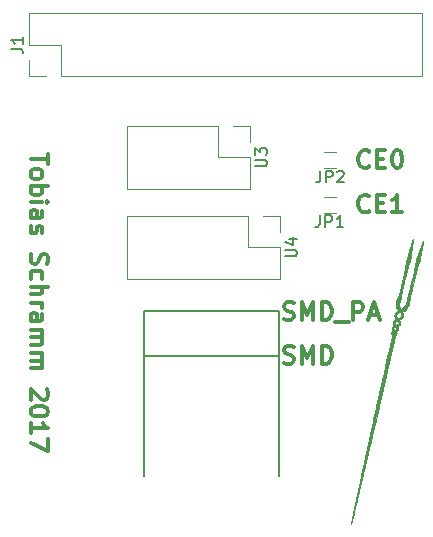
<source format=gto>
G04 #@! TF.FileFunction,Legend,Top*
%FSLAX46Y46*%
G04 Gerber Fmt 4.6, Leading zero omitted, Abs format (unit mm)*
G04 Created by KiCad (PCBNEW 4.0.6) date Sun Apr 30 02:44:44 2017*
%MOMM*%
%LPD*%
G01*
G04 APERTURE LIST*
%ADD10C,0.100000*%
%ADD11C,0.300000*%
%ADD12C,0.010000*%
%ADD13C,0.120000*%
%ADD14C,0.150000*%
G04 APERTURE END LIST*
D10*
D11*
X17139429Y-24919858D02*
X17139429Y-25777001D01*
X15639429Y-25348430D02*
X17139429Y-25348430D01*
X15639429Y-26491287D02*
X15710857Y-26348429D01*
X15782286Y-26277001D01*
X15925143Y-26205572D01*
X16353714Y-26205572D01*
X16496571Y-26277001D01*
X16568000Y-26348429D01*
X16639429Y-26491287D01*
X16639429Y-26705572D01*
X16568000Y-26848429D01*
X16496571Y-26919858D01*
X16353714Y-26991287D01*
X15925143Y-26991287D01*
X15782286Y-26919858D01*
X15710857Y-26848429D01*
X15639429Y-26705572D01*
X15639429Y-26491287D01*
X15639429Y-27634144D02*
X17139429Y-27634144D01*
X16568000Y-27634144D02*
X16639429Y-27777001D01*
X16639429Y-28062715D01*
X16568000Y-28205572D01*
X16496571Y-28277001D01*
X16353714Y-28348430D01*
X15925143Y-28348430D01*
X15782286Y-28277001D01*
X15710857Y-28205572D01*
X15639429Y-28062715D01*
X15639429Y-27777001D01*
X15710857Y-27634144D01*
X15639429Y-28991287D02*
X16639429Y-28991287D01*
X17139429Y-28991287D02*
X17068000Y-28919858D01*
X16996571Y-28991287D01*
X17068000Y-29062715D01*
X17139429Y-28991287D01*
X16996571Y-28991287D01*
X15639429Y-30348430D02*
X16425143Y-30348430D01*
X16568000Y-30277001D01*
X16639429Y-30134144D01*
X16639429Y-29848430D01*
X16568000Y-29705573D01*
X15710857Y-30348430D02*
X15639429Y-30205573D01*
X15639429Y-29848430D01*
X15710857Y-29705573D01*
X15853714Y-29634144D01*
X15996571Y-29634144D01*
X16139429Y-29705573D01*
X16210857Y-29848430D01*
X16210857Y-30205573D01*
X16282286Y-30348430D01*
X15710857Y-30991287D02*
X15639429Y-31134144D01*
X15639429Y-31419859D01*
X15710857Y-31562716D01*
X15853714Y-31634144D01*
X15925143Y-31634144D01*
X16068000Y-31562716D01*
X16139429Y-31419859D01*
X16139429Y-31205573D01*
X16210857Y-31062716D01*
X16353714Y-30991287D01*
X16425143Y-30991287D01*
X16568000Y-31062716D01*
X16639429Y-31205573D01*
X16639429Y-31419859D01*
X16568000Y-31562716D01*
X15710857Y-33348430D02*
X15639429Y-33562716D01*
X15639429Y-33919859D01*
X15710857Y-34062716D01*
X15782286Y-34134145D01*
X15925143Y-34205573D01*
X16068000Y-34205573D01*
X16210857Y-34134145D01*
X16282286Y-34062716D01*
X16353714Y-33919859D01*
X16425143Y-33634145D01*
X16496571Y-33491287D01*
X16568000Y-33419859D01*
X16710857Y-33348430D01*
X16853714Y-33348430D01*
X16996571Y-33419859D01*
X17068000Y-33491287D01*
X17139429Y-33634145D01*
X17139429Y-33991287D01*
X17068000Y-34205573D01*
X15710857Y-35491287D02*
X15639429Y-35348430D01*
X15639429Y-35062716D01*
X15710857Y-34919858D01*
X15782286Y-34848430D01*
X15925143Y-34777001D01*
X16353714Y-34777001D01*
X16496571Y-34848430D01*
X16568000Y-34919858D01*
X16639429Y-35062716D01*
X16639429Y-35348430D01*
X16568000Y-35491287D01*
X15639429Y-36134144D02*
X17139429Y-36134144D01*
X15639429Y-36777001D02*
X16425143Y-36777001D01*
X16568000Y-36705572D01*
X16639429Y-36562715D01*
X16639429Y-36348430D01*
X16568000Y-36205572D01*
X16496571Y-36134144D01*
X15639429Y-37491287D02*
X16639429Y-37491287D01*
X16353714Y-37491287D02*
X16496571Y-37562715D01*
X16568000Y-37634144D01*
X16639429Y-37777001D01*
X16639429Y-37919858D01*
X15639429Y-39062715D02*
X16425143Y-39062715D01*
X16568000Y-38991286D01*
X16639429Y-38848429D01*
X16639429Y-38562715D01*
X16568000Y-38419858D01*
X15710857Y-39062715D02*
X15639429Y-38919858D01*
X15639429Y-38562715D01*
X15710857Y-38419858D01*
X15853714Y-38348429D01*
X15996571Y-38348429D01*
X16139429Y-38419858D01*
X16210857Y-38562715D01*
X16210857Y-38919858D01*
X16282286Y-39062715D01*
X15639429Y-39777001D02*
X16639429Y-39777001D01*
X16496571Y-39777001D02*
X16568000Y-39848429D01*
X16639429Y-39991287D01*
X16639429Y-40205572D01*
X16568000Y-40348429D01*
X16425143Y-40419858D01*
X15639429Y-40419858D01*
X16425143Y-40419858D02*
X16568000Y-40491287D01*
X16639429Y-40634144D01*
X16639429Y-40848429D01*
X16568000Y-40991287D01*
X16425143Y-41062715D01*
X15639429Y-41062715D01*
X15639429Y-41777001D02*
X16639429Y-41777001D01*
X16496571Y-41777001D02*
X16568000Y-41848429D01*
X16639429Y-41991287D01*
X16639429Y-42205572D01*
X16568000Y-42348429D01*
X16425143Y-42419858D01*
X15639429Y-42419858D01*
X16425143Y-42419858D02*
X16568000Y-42491287D01*
X16639429Y-42634144D01*
X16639429Y-42848429D01*
X16568000Y-42991287D01*
X16425143Y-43062715D01*
X15639429Y-43062715D01*
X16996571Y-44848429D02*
X17068000Y-44919858D01*
X17139429Y-45062715D01*
X17139429Y-45419858D01*
X17068000Y-45562715D01*
X16996571Y-45634144D01*
X16853714Y-45705572D01*
X16710857Y-45705572D01*
X16496571Y-45634144D01*
X15639429Y-44777001D01*
X15639429Y-45705572D01*
X17139429Y-46634143D02*
X17139429Y-46777000D01*
X17068000Y-46919857D01*
X16996571Y-46991286D01*
X16853714Y-47062715D01*
X16568000Y-47134143D01*
X16210857Y-47134143D01*
X15925143Y-47062715D01*
X15782286Y-46991286D01*
X15710857Y-46919857D01*
X15639429Y-46777000D01*
X15639429Y-46634143D01*
X15710857Y-46491286D01*
X15782286Y-46419857D01*
X15925143Y-46348429D01*
X16210857Y-46277000D01*
X16568000Y-46277000D01*
X16853714Y-46348429D01*
X16996571Y-46419857D01*
X17068000Y-46491286D01*
X17139429Y-46634143D01*
X15639429Y-48562714D02*
X15639429Y-47705571D01*
X15639429Y-48134143D02*
X17139429Y-48134143D01*
X16925143Y-47991286D01*
X16782286Y-47848428D01*
X16710857Y-47705571D01*
X17139429Y-49062714D02*
X17139429Y-50062714D01*
X15639429Y-49419857D01*
X37078786Y-42579143D02*
X37293072Y-42650571D01*
X37650215Y-42650571D01*
X37793072Y-42579143D01*
X37864501Y-42507714D01*
X37935929Y-42364857D01*
X37935929Y-42222000D01*
X37864501Y-42079143D01*
X37793072Y-42007714D01*
X37650215Y-41936286D01*
X37364501Y-41864857D01*
X37221643Y-41793429D01*
X37150215Y-41722000D01*
X37078786Y-41579143D01*
X37078786Y-41436286D01*
X37150215Y-41293429D01*
X37221643Y-41222000D01*
X37364501Y-41150571D01*
X37721643Y-41150571D01*
X37935929Y-41222000D01*
X38578786Y-42650571D02*
X38578786Y-41150571D01*
X39078786Y-42222000D01*
X39578786Y-41150571D01*
X39578786Y-42650571D01*
X40293072Y-42650571D02*
X40293072Y-41150571D01*
X40650215Y-41150571D01*
X40864500Y-41222000D01*
X41007358Y-41364857D01*
X41078786Y-41507714D01*
X41150215Y-41793429D01*
X41150215Y-42007714D01*
X41078786Y-42293429D01*
X41007358Y-42436286D01*
X40864500Y-42579143D01*
X40650215Y-42650571D01*
X40293072Y-42650571D01*
X37083000Y-38896143D02*
X37297286Y-38967571D01*
X37654429Y-38967571D01*
X37797286Y-38896143D01*
X37868715Y-38824714D01*
X37940143Y-38681857D01*
X37940143Y-38539000D01*
X37868715Y-38396143D01*
X37797286Y-38324714D01*
X37654429Y-38253286D01*
X37368715Y-38181857D01*
X37225857Y-38110429D01*
X37154429Y-38039000D01*
X37083000Y-37896143D01*
X37083000Y-37753286D01*
X37154429Y-37610429D01*
X37225857Y-37539000D01*
X37368715Y-37467571D01*
X37725857Y-37467571D01*
X37940143Y-37539000D01*
X38583000Y-38967571D02*
X38583000Y-37467571D01*
X39083000Y-38539000D01*
X39583000Y-37467571D01*
X39583000Y-38967571D01*
X40297286Y-38967571D02*
X40297286Y-37467571D01*
X40654429Y-37467571D01*
X40868714Y-37539000D01*
X41011572Y-37681857D01*
X41083000Y-37824714D01*
X41154429Y-38110429D01*
X41154429Y-38324714D01*
X41083000Y-38610429D01*
X41011572Y-38753286D01*
X40868714Y-38896143D01*
X40654429Y-38967571D01*
X40297286Y-38967571D01*
X41440143Y-39110429D02*
X42583000Y-39110429D01*
X42940143Y-38967571D02*
X42940143Y-37467571D01*
X43511571Y-37467571D01*
X43654429Y-37539000D01*
X43725857Y-37610429D01*
X43797286Y-37753286D01*
X43797286Y-37967571D01*
X43725857Y-38110429D01*
X43654429Y-38181857D01*
X43511571Y-38253286D01*
X42940143Y-38253286D01*
X44368714Y-38539000D02*
X45083000Y-38539000D01*
X44225857Y-38967571D02*
X44725857Y-37467571D01*
X45225857Y-38967571D01*
X44321429Y-29715714D02*
X44250000Y-29787143D01*
X44035714Y-29858571D01*
X43892857Y-29858571D01*
X43678572Y-29787143D01*
X43535714Y-29644286D01*
X43464286Y-29501429D01*
X43392857Y-29215714D01*
X43392857Y-29001429D01*
X43464286Y-28715714D01*
X43535714Y-28572857D01*
X43678572Y-28430000D01*
X43892857Y-28358571D01*
X44035714Y-28358571D01*
X44250000Y-28430000D01*
X44321429Y-28501429D01*
X44964286Y-29072857D02*
X45464286Y-29072857D01*
X45678572Y-29858571D02*
X44964286Y-29858571D01*
X44964286Y-28358571D01*
X45678572Y-28358571D01*
X47107143Y-29858571D02*
X46250000Y-29858571D01*
X46678572Y-29858571D02*
X46678572Y-28358571D01*
X46535715Y-28572857D01*
X46392857Y-28715714D01*
X46250000Y-28787143D01*
X44321429Y-25955714D02*
X44250000Y-26027143D01*
X44035714Y-26098571D01*
X43892857Y-26098571D01*
X43678572Y-26027143D01*
X43535714Y-25884286D01*
X43464286Y-25741429D01*
X43392857Y-25455714D01*
X43392857Y-25241429D01*
X43464286Y-24955714D01*
X43535714Y-24812857D01*
X43678572Y-24670000D01*
X43892857Y-24598571D01*
X44035714Y-24598571D01*
X44250000Y-24670000D01*
X44321429Y-24741429D01*
X44964286Y-25312857D02*
X45464286Y-25312857D01*
X45678572Y-26098571D02*
X44964286Y-26098571D01*
X44964286Y-24598571D01*
X45678572Y-24598571D01*
X46607143Y-24598571D02*
X46750000Y-24598571D01*
X46892857Y-24670000D01*
X46964286Y-24741429D01*
X47035715Y-24884286D01*
X47107143Y-25170000D01*
X47107143Y-25527143D01*
X47035715Y-25812857D01*
X46964286Y-25955714D01*
X46892857Y-26027143D01*
X46750000Y-26098571D01*
X46607143Y-26098571D01*
X46464286Y-26027143D01*
X46392857Y-25955714D01*
X46321429Y-25812857D01*
X46250000Y-25527143D01*
X46250000Y-25170000D01*
X46321429Y-24884286D01*
X46392857Y-24741429D01*
X46464286Y-24670000D01*
X46607143Y-24598571D01*
D12*
G36*
X48026146Y-32100805D02*
X48026289Y-32106105D01*
X48024205Y-32131059D01*
X48019040Y-32172821D01*
X48012798Y-32216395D01*
X48007530Y-32251159D01*
X48002389Y-32285512D01*
X47996734Y-32323854D01*
X47989924Y-32370583D01*
X47981318Y-32430098D01*
X47970275Y-32506796D01*
X47956156Y-32605078D01*
X47954380Y-32617447D01*
X47942815Y-32696135D01*
X47929462Y-32784163D01*
X47916636Y-32866345D01*
X47912605Y-32891500D01*
X47901782Y-32959472D01*
X47891163Y-33027944D01*
X47882445Y-33085913D01*
X47879630Y-33105395D01*
X47871532Y-33161630D01*
X47861667Y-33228788D01*
X47853141Y-33285869D01*
X47834151Y-33418569D01*
X47819894Y-33535677D01*
X47809232Y-33647682D01*
X47801026Y-33765076D01*
X47800904Y-33767132D01*
X47796962Y-33828975D01*
X47792436Y-33877800D01*
X47785754Y-33919922D01*
X47775343Y-33961656D01*
X47759633Y-34009317D01*
X47737051Y-34069219D01*
X47706443Y-34146628D01*
X47671069Y-34238901D01*
X47633038Y-34343814D01*
X47596362Y-34449962D01*
X47565051Y-34545936D01*
X47558139Y-34568294D01*
X47537222Y-34639975D01*
X47511423Y-34733187D01*
X47481889Y-34843413D01*
X47449763Y-34966134D01*
X47416191Y-35096835D01*
X47382318Y-35230996D01*
X47349290Y-35364101D01*
X47318251Y-35491631D01*
X47290347Y-35609069D01*
X47266723Y-35711898D01*
X47256307Y-35759026D01*
X47238768Y-35838229D01*
X47218938Y-35925244D01*
X47199844Y-36006891D01*
X47190333Y-36046447D01*
X47166284Y-36147122D01*
X47140545Y-36258569D01*
X47113874Y-36377174D01*
X47087031Y-36499324D01*
X47060773Y-36621406D01*
X47035860Y-36739806D01*
X47013051Y-36850911D01*
X46993103Y-36951108D01*
X46976776Y-37036782D01*
X46964828Y-37104320D01*
X46958019Y-37150110D01*
X46957371Y-37156026D01*
X46947570Y-37225238D01*
X46932550Y-37298313D01*
X46915278Y-37361174D01*
X46912299Y-37369921D01*
X46869345Y-37521351D01*
X46850059Y-37668314D01*
X46848997Y-37742635D01*
X46852462Y-37805249D01*
X46861186Y-37853332D01*
X46877952Y-37898973D01*
X46891430Y-37927063D01*
X46914681Y-37968736D01*
X46936259Y-38000023D01*
X46950562Y-38013517D01*
X46970428Y-38012850D01*
X47002778Y-37999045D01*
X47049717Y-37970887D01*
X47113349Y-37927160D01*
X47164295Y-37890082D01*
X47222817Y-37845495D01*
X47266023Y-37808141D01*
X47301003Y-37770664D01*
X47334844Y-37725706D01*
X47362835Y-37684040D01*
X47374626Y-37664467D01*
X47386534Y-37640894D01*
X47399078Y-37611505D01*
X47412778Y-37574482D01*
X47428153Y-37528008D01*
X47445723Y-37470263D01*
X47466008Y-37399432D01*
X47489526Y-37313696D01*
X47516798Y-37211237D01*
X47548342Y-37090239D01*
X47584678Y-36948882D01*
X47626325Y-36785350D01*
X47673804Y-36597825D01*
X47678008Y-36581184D01*
X47739137Y-36338371D01*
X47793832Y-36119302D01*
X47842585Y-35921898D01*
X47885888Y-35744080D01*
X47924233Y-35583767D01*
X47958113Y-35438881D01*
X47988018Y-35307341D01*
X48014441Y-35187068D01*
X48037875Y-35075983D01*
X48058810Y-34972005D01*
X48059147Y-34970290D01*
X48075398Y-34889318D01*
X48095015Y-34794422D01*
X48115457Y-34697753D01*
X48133179Y-34616026D01*
X48163535Y-34474566D01*
X48192055Y-34334454D01*
X48217666Y-34201332D01*
X48239293Y-34080842D01*
X48255865Y-33978625D01*
X48260355Y-33947605D01*
X48265858Y-33911881D01*
X48272822Y-33875994D01*
X48282190Y-33837023D01*
X48294901Y-33792049D01*
X48311895Y-33738150D01*
X48334112Y-33672407D01*
X48362493Y-33591897D01*
X48397978Y-33493701D01*
X48441508Y-33374899D01*
X48466928Y-33305921D01*
X48487769Y-33249209D01*
X48515967Y-33172137D01*
X48549778Y-33079487D01*
X48587460Y-32976039D01*
X48627270Y-32866575D01*
X48667466Y-32755876D01*
X48682520Y-32714368D01*
X48718980Y-32614661D01*
X48752921Y-32523476D01*
X48783206Y-32443740D01*
X48808700Y-32378378D01*
X48828266Y-32330318D01*
X48840769Y-32302486D01*
X48844692Y-32296605D01*
X48852592Y-32308112D01*
X48855400Y-32331818D01*
X48853064Y-32357978D01*
X48846418Y-32407225D01*
X48836007Y-32476355D01*
X48822373Y-32562164D01*
X48806061Y-32661446D01*
X48787615Y-32770997D01*
X48767578Y-32887613D01*
X48746494Y-33008088D01*
X48724907Y-33129217D01*
X48703360Y-33247796D01*
X48682398Y-33360620D01*
X48667840Y-33437179D01*
X48641611Y-33573432D01*
X48619875Y-33685906D01*
X48602104Y-33777087D01*
X48587775Y-33849458D01*
X48576361Y-33905503D01*
X48567336Y-33947705D01*
X48560175Y-33978549D01*
X48554352Y-34000519D01*
X48549342Y-34016099D01*
X48544618Y-34027771D01*
X48541423Y-34034500D01*
X48517999Y-34088755D01*
X48489399Y-34166643D01*
X48456303Y-34265709D01*
X48419390Y-34383497D01*
X48379340Y-34517554D01*
X48336831Y-34665423D01*
X48292543Y-34824650D01*
X48247156Y-34992780D01*
X48201348Y-35167357D01*
X48155798Y-35345927D01*
X48111187Y-35526034D01*
X48068193Y-35705225D01*
X48027496Y-35881042D01*
X48014329Y-35939500D01*
X47992864Y-36035162D01*
X47967724Y-36146657D01*
X47941220Y-36263762D01*
X47915666Y-36376250D01*
X47899415Y-36447500D01*
X47860660Y-36617314D01*
X47827500Y-36763487D01*
X47799488Y-36888420D01*
X47776179Y-36994517D01*
X47757124Y-37084180D01*
X47741878Y-37159813D01*
X47729992Y-37223819D01*
X47721022Y-37278601D01*
X47714518Y-37326561D01*
X47710035Y-37370103D01*
X47707126Y-37411630D01*
X47705344Y-37453544D01*
X47704268Y-37496921D01*
X47702705Y-37541646D01*
X47698568Y-37578420D01*
X47689711Y-37612517D01*
X47673991Y-37649213D01*
X47649264Y-37693783D01*
X47613387Y-37751501D01*
X47579295Y-37804395D01*
X47536269Y-37872940D01*
X47489983Y-37950152D01*
X47447782Y-38023654D01*
X47430898Y-38054422D01*
X47403636Y-38105417D01*
X47382403Y-38140938D01*
X47361655Y-38164228D01*
X47335848Y-38178527D01*
X47299439Y-38187079D01*
X47246882Y-38193126D01*
X47183920Y-38198852D01*
X47125970Y-38205111D01*
X47091493Y-38213569D01*
X47077304Y-38228429D01*
X47080214Y-38253897D01*
X47097036Y-38294179D01*
X47102608Y-38306130D01*
X47146519Y-38420006D01*
X47166192Y-38523445D01*
X47161475Y-38617619D01*
X47132214Y-38703703D01*
X47078257Y-38782868D01*
X47034643Y-38826925D01*
X46991715Y-38862817D01*
X46949651Y-38890538D01*
X46898624Y-38915942D01*
X46852591Y-38935365D01*
X46821625Y-38947909D01*
X46870068Y-39011354D01*
X46912213Y-39071525D01*
X46936993Y-39121973D01*
X46947032Y-39170731D01*
X46944955Y-39225834D01*
X46943580Y-39236449D01*
X46935203Y-39283306D01*
X46924974Y-39322595D01*
X46918665Y-39338612D01*
X46887221Y-39378086D01*
X46837558Y-39418556D01*
X46777276Y-39454086D01*
X46761174Y-39461616D01*
X46700139Y-39488615D01*
X46741717Y-39535970D01*
X46763417Y-39561301D01*
X46775990Y-39581548D01*
X46780443Y-39603979D01*
X46777784Y-39635863D01*
X46769021Y-39684468D01*
X46765106Y-39704667D01*
X46750892Y-39762341D01*
X46730728Y-39806341D01*
X46698332Y-39849729D01*
X46691562Y-39857523D01*
X46654037Y-39896518D01*
X46615786Y-39930582D01*
X46592690Y-39947393D01*
X46550157Y-39973259D01*
X46586515Y-40002250D01*
X46611308Y-40028240D01*
X46621549Y-40060503D01*
X46622874Y-40088219D01*
X46615040Y-40148463D01*
X46589501Y-40206086D01*
X46543199Y-40267683D01*
X46535934Y-40275842D01*
X46511255Y-40307435D01*
X46492762Y-40343527D01*
X46477140Y-40391972D01*
X46464352Y-40445491D01*
X46451874Y-40501931D01*
X46435338Y-40576255D01*
X46416571Y-40660266D01*
X46397403Y-40745769D01*
X46389962Y-40778869D01*
X46370131Y-40867615D01*
X46349054Y-40962962D01*
X46328908Y-41054999D01*
X46311871Y-41133814D01*
X46307738Y-41153184D01*
X46290414Y-41233025D01*
X46270968Y-41320023D01*
X46252214Y-41401695D01*
X46241421Y-41447290D01*
X46231161Y-41490031D01*
X46220085Y-41536570D01*
X46207570Y-41589571D01*
X46192995Y-41651703D01*
X46175736Y-41725633D01*
X46155171Y-41814026D01*
X46130679Y-41919551D01*
X46101638Y-42044874D01*
X46067424Y-42192662D01*
X46054296Y-42249395D01*
X46031446Y-42347527D01*
X46004636Y-42461661D01*
X45976225Y-42581819D01*
X45948570Y-42698022D01*
X45927926Y-42784132D01*
X45905245Y-42879258D01*
X45882339Y-42976977D01*
X45860830Y-43070258D01*
X45842336Y-43152072D01*
X45828479Y-43215390D01*
X45827797Y-43218605D01*
X45810615Y-43298424D01*
X45788092Y-43400892D01*
X45761001Y-43522633D01*
X45730113Y-43660268D01*
X45696201Y-43810419D01*
X45660037Y-43969709D01*
X45622394Y-44134758D01*
X45584043Y-44302188D01*
X45545758Y-44468623D01*
X45508310Y-44630682D01*
X45472471Y-44784989D01*
X45439015Y-44928165D01*
X45408712Y-45056833D01*
X45382337Y-45167613D01*
X45380064Y-45177079D01*
X45358569Y-45267718D01*
X45333643Y-45374692D01*
X45307540Y-45488213D01*
X45282516Y-45598490D01*
X45266139Y-45671711D01*
X45244126Y-45770411D01*
X45220217Y-45876764D01*
X45196424Y-45981883D01*
X45174755Y-46076882D01*
X45160304Y-46139605D01*
X45132823Y-46258290D01*
X45099971Y-46400496D01*
X45062335Y-46563681D01*
X45020501Y-46745302D01*
X44975055Y-46942816D01*
X44938429Y-47102132D01*
X44890091Y-47311883D01*
X44845026Y-47506258D01*
X44803843Y-47682648D01*
X44767153Y-47838445D01*
X44735563Y-47971039D01*
X44732341Y-47984447D01*
X44714047Y-48060791D01*
X44691701Y-48154482D01*
X44667366Y-48256842D01*
X44643108Y-48359189D01*
X44625836Y-48432290D01*
X44611516Y-48492984D01*
X44597358Y-48552959D01*
X44582770Y-48614714D01*
X44567160Y-48680749D01*
X44549936Y-48753565D01*
X44530507Y-48835662D01*
X44508281Y-48929541D01*
X44482666Y-49037701D01*
X44453070Y-49162644D01*
X44418901Y-49306869D01*
X44379567Y-49472877D01*
X44348966Y-49602026D01*
X44325465Y-49701140D01*
X44300457Y-49806507D01*
X44275872Y-49909992D01*
X44253646Y-50003458D01*
X44236225Y-50076605D01*
X44219697Y-50146067D01*
X44198585Y-50235014D01*
X44174439Y-50336909D01*
X44148806Y-50445214D01*
X44123235Y-50553391D01*
X44109552Y-50611342D01*
X44083043Y-50723545D01*
X44054079Y-50845931D01*
X44024615Y-50970252D01*
X43996608Y-51088259D01*
X43972012Y-51191703D01*
X43963774Y-51226290D01*
X43938455Y-51332776D01*
X43909864Y-51453468D01*
X43880553Y-51577562D01*
X43853077Y-51694250D01*
X43835840Y-51767711D01*
X43810910Y-51873743D01*
X43782334Y-51994580D01*
X43752765Y-52119042D01*
X43724859Y-52235949D01*
X43708904Y-52302447D01*
X43686086Y-52397729D01*
X43659246Y-52510530D01*
X43630400Y-52632325D01*
X43601567Y-52754587D01*
X43574766Y-52868792D01*
X43568092Y-52897342D01*
X43542189Y-53007881D01*
X43513700Y-53128797D01*
X43484646Y-53251563D01*
X43457044Y-53367655D01*
X43432913Y-53468546D01*
X43427216Y-53492237D01*
X43404130Y-53588541D01*
X43377072Y-53702134D01*
X43348117Y-53824262D01*
X43319341Y-53946169D01*
X43292816Y-54059101D01*
X43287823Y-54080447D01*
X43265173Y-54177001D01*
X43237843Y-54292952D01*
X43207398Y-54421699D01*
X43175401Y-54556641D01*
X43143416Y-54691177D01*
X43113006Y-54818707D01*
X43105734Y-54849132D01*
X43079593Y-54958512D01*
X43054645Y-55063008D01*
X43031774Y-55158903D01*
X43011868Y-55242481D01*
X42995811Y-55310025D01*
X42984488Y-55357819D01*
X42979934Y-55377184D01*
X42943713Y-55532352D01*
X42912965Y-55663843D01*
X42887128Y-55774025D01*
X42865637Y-55865266D01*
X42847927Y-55939935D01*
X42833434Y-56000400D01*
X42821594Y-56049031D01*
X42811844Y-56088195D01*
X42803618Y-56120261D01*
X42796820Y-56145869D01*
X42781451Y-56201632D01*
X42771004Y-56235006D01*
X42763766Y-56249504D01*
X42758028Y-56248637D01*
X42752465Y-56236931D01*
X42752682Y-56216808D01*
X42758787Y-56172019D01*
X42770515Y-56103919D01*
X42787602Y-56013862D01*
X42809782Y-55903200D01*
X42836790Y-55773288D01*
X42868360Y-55625479D01*
X42904227Y-55461128D01*
X42906523Y-55450711D01*
X42926657Y-55359111D01*
X42947548Y-55263551D01*
X42967426Y-55172165D01*
X42984519Y-55093088D01*
X42993827Y-55049658D01*
X43025442Y-54901359D01*
X43052231Y-54775814D01*
X43074924Y-54669626D01*
X43094250Y-54579396D01*
X43110938Y-54501725D01*
X43125720Y-54433215D01*
X43139323Y-54370468D01*
X43152478Y-54310086D01*
X43160304Y-54274290D01*
X43207158Y-54059749D01*
X43248737Y-53868387D01*
X43285665Y-53697306D01*
X43318569Y-53543606D01*
X43340821Y-53438763D01*
X43425805Y-53041644D01*
X43508511Y-52663395D01*
X43527013Y-52578939D01*
X43548565Y-52479550D01*
X43570741Y-52376464D01*
X43591117Y-52280919D01*
X43595051Y-52262342D01*
X43620224Y-52143886D01*
X43649826Y-52005623D01*
X43682496Y-51853849D01*
X43716877Y-51694862D01*
X43751610Y-51534957D01*
X43783963Y-51386711D01*
X43803032Y-51299044D01*
X43826159Y-51191902D01*
X43851913Y-51071978D01*
X43878863Y-50945962D01*
X43905579Y-50820548D01*
X43930630Y-50702427D01*
X43952585Y-50598292D01*
X43955457Y-50584605D01*
X43971597Y-50508749D01*
X43989088Y-50428341D01*
X44005379Y-50355028D01*
X44013993Y-50317237D01*
X44029308Y-50250150D01*
X44046614Y-50172504D01*
X44066489Y-50081620D01*
X44089512Y-49974819D01*
X44116260Y-49849421D01*
X44147311Y-49702748D01*
X44176979Y-49561921D01*
X44197423Y-49465084D01*
X44217656Y-49369917D01*
X44236517Y-49281838D01*
X44252842Y-49206265D01*
X44265469Y-49148616D01*
X44270205Y-49127447D01*
X44282730Y-49071806D01*
X44296495Y-49009864D01*
X44312107Y-48938825D01*
X44330173Y-48855893D01*
X44351300Y-48758272D01*
X44376094Y-48643166D01*
X44405163Y-48507778D01*
X44439112Y-48349311D01*
X44442812Y-48332026D01*
X44477819Y-48168776D01*
X44508602Y-48025967D01*
X44536425Y-47897870D01*
X44562549Y-47778758D01*
X44588237Y-47662902D01*
X44614751Y-47544576D01*
X44643353Y-47418051D01*
X44671117Y-47295974D01*
X44720855Y-47075062D01*
X44766235Y-46867475D01*
X44809942Y-46660742D01*
X44851011Y-46460447D01*
X44865100Y-46392252D01*
X44883282Y-46306322D01*
X44903767Y-46211007D01*
X44924764Y-46114654D01*
X44938442Y-46052711D01*
X44959284Y-45958924D01*
X44981470Y-45859092D01*
X45003040Y-45762030D01*
X45022036Y-45676554D01*
X45032026Y-45631605D01*
X45047811Y-45561018D01*
X45067777Y-45472403D01*
X45090107Y-45373787D01*
X45112982Y-45273199D01*
X45131888Y-45190447D01*
X45153379Y-45096026D01*
X45175483Y-44997883D01*
X45196497Y-44903648D01*
X45214718Y-44820955D01*
X45227332Y-44762658D01*
X45242719Y-44691981D01*
X45258286Y-44622998D01*
X45272068Y-44564286D01*
X45280952Y-44528711D01*
X45291443Y-44486900D01*
X45305794Y-44426881D01*
X45322145Y-44356561D01*
X45338632Y-44283851D01*
X45339180Y-44281395D01*
X45353159Y-44219221D01*
X45371802Y-44136922D01*
X45393758Y-44040425D01*
X45417677Y-43935656D01*
X45442208Y-43828543D01*
X45459482Y-43753342D01*
X45487149Y-43632574D01*
X45518365Y-43495507D01*
X45550921Y-43351888D01*
X45582611Y-43211463D01*
X45611226Y-43083978D01*
X45619973Y-43044816D01*
X45671501Y-42814512D01*
X45721238Y-42593687D01*
X45768707Y-42384420D01*
X45813427Y-42188787D01*
X45854920Y-42008866D01*
X45892707Y-41846733D01*
X45926308Y-41704467D01*
X45955245Y-41584144D01*
X45979038Y-41487842D01*
X45979431Y-41486281D01*
X45987954Y-41451871D01*
X45997508Y-41411963D01*
X46008684Y-41363919D01*
X46022075Y-41305104D01*
X46038273Y-41232880D01*
X46057869Y-41144613D01*
X46081456Y-41037665D01*
X46109625Y-40909400D01*
X46136758Y-40785553D01*
X46153194Y-40713475D01*
X46170946Y-40640486D01*
X46187533Y-40576568D01*
X46197292Y-40541998D01*
X46211437Y-40489957D01*
X46216690Y-40453552D01*
X46213801Y-40423482D01*
X46208387Y-40404353D01*
X46199270Y-40349471D01*
X46201497Y-40279972D01*
X46201840Y-40276934D01*
X46205581Y-40227542D01*
X46202322Y-40202038D01*
X46196181Y-40197342D01*
X46181393Y-40186379D01*
X46163338Y-40159179D01*
X46158992Y-40150596D01*
X46146859Y-40121748D01*
X46143502Y-40097337D01*
X46147229Y-40076519D01*
X46357418Y-40076519D01*
X46367088Y-40094921D01*
X46367906Y-40095913D01*
X46389465Y-40109806D01*
X46405405Y-40100734D01*
X46408979Y-40083711D01*
X46400217Y-40060747D01*
X46377979Y-40059098D01*
X46369095Y-40063521D01*
X46357418Y-40076519D01*
X46147229Y-40076519D01*
X46148979Y-40066751D01*
X46159630Y-40031110D01*
X46178319Y-39982882D01*
X46201337Y-39951305D01*
X46232269Y-39928482D01*
X46263486Y-39909624D01*
X46283229Y-39897531D01*
X46286067Y-39895713D01*
X46282947Y-39883224D01*
X46270699Y-39853718D01*
X46255630Y-39821263D01*
X46224714Y-39752795D01*
X46207296Y-39700564D01*
X46202490Y-39658269D01*
X46203975Y-39649973D01*
X46346482Y-39649973D01*
X46350162Y-39692911D01*
X46374083Y-39750093D01*
X46375740Y-39753281D01*
X46397604Y-39793025D01*
X46413913Y-39813662D01*
X46430775Y-39820144D01*
X46454294Y-39817426D01*
X46454702Y-39817346D01*
X46489947Y-39806852D01*
X46536314Y-39788597D01*
X46567039Y-39774562D01*
X46606850Y-39752434D01*
X46636026Y-39731158D01*
X46646248Y-39718929D01*
X46641374Y-39698546D01*
X46619891Y-39669150D01*
X46587711Y-39636135D01*
X46550745Y-39604898D01*
X46514905Y-39580836D01*
X46486102Y-39569344D01*
X46482026Y-39569026D01*
X46448710Y-39574781D01*
X46408531Y-39588917D01*
X46402332Y-39591754D01*
X46363666Y-39617510D01*
X46346482Y-39649973D01*
X46203975Y-39649973D01*
X46209411Y-39619610D01*
X46222735Y-39587192D01*
X46258655Y-39533587D01*
X46309335Y-39484215D01*
X46316029Y-39479068D01*
X46380157Y-39431192D01*
X46334410Y-39363261D01*
X46303181Y-39307129D01*
X46290009Y-39253646D01*
X46291364Y-39235373D01*
X46449084Y-39235373D01*
X46458213Y-39261166D01*
X46481672Y-39295226D01*
X46500774Y-39316388D01*
X46552463Y-39368077D01*
X46637800Y-39333649D01*
X46689027Y-39312559D01*
X46736819Y-39292178D01*
X46766584Y-39278863D01*
X46794987Y-39261045D01*
X46807109Y-39239109D01*
X46802382Y-39209230D01*
X46780238Y-39167584D01*
X46741924Y-39112793D01*
X46705481Y-39065352D01*
X46678576Y-39036969D01*
X46655822Y-39024519D01*
X46631834Y-39024875D01*
X46605156Y-39033402D01*
X46578728Y-39051471D01*
X46545408Y-39084977D01*
X46510491Y-39127067D01*
X46479272Y-39170889D01*
X46457046Y-39209591D01*
X46449084Y-39235373D01*
X46291364Y-39235373D01*
X46294355Y-39195042D01*
X46315679Y-39123546D01*
X46317422Y-39118848D01*
X46338741Y-39075697D01*
X46370053Y-39028580D01*
X46406473Y-38983192D01*
X46443112Y-38945227D01*
X46475084Y-38920380D01*
X46493423Y-38913769D01*
X46522700Y-38908067D01*
X46532054Y-38890342D01*
X46521765Y-38858136D01*
X46503343Y-38826163D01*
X46458132Y-38735260D01*
X46437151Y-38641343D01*
X46440022Y-38540834D01*
X46443936Y-38523749D01*
X46570026Y-38523749D01*
X46570744Y-38576353D01*
X46587266Y-38633046D01*
X46610251Y-38674673D01*
X46640500Y-38718439D01*
X46669892Y-38761291D01*
X46680435Y-38776782D01*
X46703297Y-38804644D01*
X46723223Y-38819488D01*
X46726776Y-38820229D01*
X46745653Y-38814603D01*
X46781909Y-38799398D01*
X46829199Y-38777363D01*
X46853776Y-38765255D01*
X46924256Y-38729258D01*
X46974041Y-38701410D01*
X47006684Y-38678586D01*
X47025734Y-38657663D01*
X47034741Y-38635518D01*
X47037257Y-38609026D01*
X47037295Y-38603799D01*
X47033155Y-38553460D01*
X47023003Y-38501127D01*
X47021140Y-38494419D01*
X47007330Y-38457747D01*
X46985895Y-38411768D01*
X46960735Y-38363683D01*
X46935752Y-38320691D01*
X46914848Y-38289989D01*
X46904769Y-38279690D01*
X46882151Y-38279647D01*
X46844241Y-38293850D01*
X46796026Y-38319116D01*
X46742489Y-38352262D01*
X46688616Y-38390106D01*
X46639391Y-38429464D01*
X46599799Y-38467154D01*
X46586111Y-38483162D01*
X46570026Y-38523749D01*
X46443936Y-38523749D01*
X46462801Y-38441415D01*
X46482467Y-38386170D01*
X46506151Y-38340897D01*
X46538392Y-38300080D01*
X46583732Y-38258200D01*
X46646711Y-38209742D01*
X46663481Y-38197581D01*
X46708454Y-38163544D01*
X46743190Y-38134074D01*
X46763202Y-38113165D01*
X46766218Y-38106147D01*
X46753433Y-38092545D01*
X46722823Y-38068600D01*
X46679403Y-38037865D01*
X46628190Y-38003890D01*
X46574695Y-37970527D01*
X46561788Y-37960758D01*
X46557550Y-37947335D01*
X46561916Y-37922894D01*
X46573930Y-37882909D01*
X46589958Y-37812062D01*
X46601446Y-37715734D01*
X46608415Y-37593645D01*
X46610888Y-37445515D01*
X46610879Y-37423395D01*
X46610545Y-37276342D01*
X46668915Y-37162711D01*
X46702543Y-37094125D01*
X46738702Y-37015469D01*
X46770551Y-36941712D01*
X46775844Y-36928763D01*
X46795717Y-36874475D01*
X46820328Y-36799400D01*
X46848206Y-36708755D01*
X46877882Y-36607760D01*
X46907883Y-36501632D01*
X46936740Y-36395591D01*
X46962981Y-36294855D01*
X46985135Y-36204642D01*
X47001733Y-36130170D01*
X47003793Y-36119974D01*
X47021056Y-36035382D01*
X47041397Y-35939682D01*
X47063468Y-35838857D01*
X47085922Y-35738887D01*
X47107411Y-35645756D01*
X47126588Y-35565444D01*
X47142105Y-35503934D01*
X47145098Y-35492766D01*
X47157932Y-35441567D01*
X47174624Y-35368778D01*
X47194217Y-35279110D01*
X47215752Y-35177271D01*
X47238268Y-35067972D01*
X47260808Y-34955921D01*
X47282413Y-34845830D01*
X47302123Y-34742406D01*
X47318980Y-34650361D01*
X47331776Y-34575921D01*
X47346278Y-34491068D01*
X47363347Y-34397042D01*
X47380606Y-34306680D01*
X47392582Y-34247427D01*
X47409298Y-34165500D01*
X47427438Y-34073273D01*
X47444213Y-33985060D01*
X47451784Y-33943786D01*
X47458194Y-33909601D01*
X47465409Y-33874580D01*
X47473991Y-33836792D01*
X47484504Y-33794309D01*
X47497514Y-33745199D01*
X47513582Y-33687533D01*
X47533275Y-33619381D01*
X47557154Y-33538813D01*
X47585785Y-33443898D01*
X47619730Y-33332707D01*
X47659554Y-33203311D01*
X47705821Y-33053778D01*
X47759095Y-32882179D01*
X47806090Y-32731079D01*
X47843718Y-32609996D01*
X47879038Y-32496020D01*
X47911221Y-32391842D01*
X47939442Y-32300154D01*
X47962873Y-32223646D01*
X47980689Y-32165010D01*
X47992063Y-32126935D01*
X47996038Y-32112790D01*
X48006828Y-32088614D01*
X48019186Y-32084106D01*
X48026146Y-32100805D01*
X48026146Y-32100805D01*
G37*
X48026146Y-32100805D02*
X48026289Y-32106105D01*
X48024205Y-32131059D01*
X48019040Y-32172821D01*
X48012798Y-32216395D01*
X48007530Y-32251159D01*
X48002389Y-32285512D01*
X47996734Y-32323854D01*
X47989924Y-32370583D01*
X47981318Y-32430098D01*
X47970275Y-32506796D01*
X47956156Y-32605078D01*
X47954380Y-32617447D01*
X47942815Y-32696135D01*
X47929462Y-32784163D01*
X47916636Y-32866345D01*
X47912605Y-32891500D01*
X47901782Y-32959472D01*
X47891163Y-33027944D01*
X47882445Y-33085913D01*
X47879630Y-33105395D01*
X47871532Y-33161630D01*
X47861667Y-33228788D01*
X47853141Y-33285869D01*
X47834151Y-33418569D01*
X47819894Y-33535677D01*
X47809232Y-33647682D01*
X47801026Y-33765076D01*
X47800904Y-33767132D01*
X47796962Y-33828975D01*
X47792436Y-33877800D01*
X47785754Y-33919922D01*
X47775343Y-33961656D01*
X47759633Y-34009317D01*
X47737051Y-34069219D01*
X47706443Y-34146628D01*
X47671069Y-34238901D01*
X47633038Y-34343814D01*
X47596362Y-34449962D01*
X47565051Y-34545936D01*
X47558139Y-34568294D01*
X47537222Y-34639975D01*
X47511423Y-34733187D01*
X47481889Y-34843413D01*
X47449763Y-34966134D01*
X47416191Y-35096835D01*
X47382318Y-35230996D01*
X47349290Y-35364101D01*
X47318251Y-35491631D01*
X47290347Y-35609069D01*
X47266723Y-35711898D01*
X47256307Y-35759026D01*
X47238768Y-35838229D01*
X47218938Y-35925244D01*
X47199844Y-36006891D01*
X47190333Y-36046447D01*
X47166284Y-36147122D01*
X47140545Y-36258569D01*
X47113874Y-36377174D01*
X47087031Y-36499324D01*
X47060773Y-36621406D01*
X47035860Y-36739806D01*
X47013051Y-36850911D01*
X46993103Y-36951108D01*
X46976776Y-37036782D01*
X46964828Y-37104320D01*
X46958019Y-37150110D01*
X46957371Y-37156026D01*
X46947570Y-37225238D01*
X46932550Y-37298313D01*
X46915278Y-37361174D01*
X46912299Y-37369921D01*
X46869345Y-37521351D01*
X46850059Y-37668314D01*
X46848997Y-37742635D01*
X46852462Y-37805249D01*
X46861186Y-37853332D01*
X46877952Y-37898973D01*
X46891430Y-37927063D01*
X46914681Y-37968736D01*
X46936259Y-38000023D01*
X46950562Y-38013517D01*
X46970428Y-38012850D01*
X47002778Y-37999045D01*
X47049717Y-37970887D01*
X47113349Y-37927160D01*
X47164295Y-37890082D01*
X47222817Y-37845495D01*
X47266023Y-37808141D01*
X47301003Y-37770664D01*
X47334844Y-37725706D01*
X47362835Y-37684040D01*
X47374626Y-37664467D01*
X47386534Y-37640894D01*
X47399078Y-37611505D01*
X47412778Y-37574482D01*
X47428153Y-37528008D01*
X47445723Y-37470263D01*
X47466008Y-37399432D01*
X47489526Y-37313696D01*
X47516798Y-37211237D01*
X47548342Y-37090239D01*
X47584678Y-36948882D01*
X47626325Y-36785350D01*
X47673804Y-36597825D01*
X47678008Y-36581184D01*
X47739137Y-36338371D01*
X47793832Y-36119302D01*
X47842585Y-35921898D01*
X47885888Y-35744080D01*
X47924233Y-35583767D01*
X47958113Y-35438881D01*
X47988018Y-35307341D01*
X48014441Y-35187068D01*
X48037875Y-35075983D01*
X48058810Y-34972005D01*
X48059147Y-34970290D01*
X48075398Y-34889318D01*
X48095015Y-34794422D01*
X48115457Y-34697753D01*
X48133179Y-34616026D01*
X48163535Y-34474566D01*
X48192055Y-34334454D01*
X48217666Y-34201332D01*
X48239293Y-34080842D01*
X48255865Y-33978625D01*
X48260355Y-33947605D01*
X48265858Y-33911881D01*
X48272822Y-33875994D01*
X48282190Y-33837023D01*
X48294901Y-33792049D01*
X48311895Y-33738150D01*
X48334112Y-33672407D01*
X48362493Y-33591897D01*
X48397978Y-33493701D01*
X48441508Y-33374899D01*
X48466928Y-33305921D01*
X48487769Y-33249209D01*
X48515967Y-33172137D01*
X48549778Y-33079487D01*
X48587460Y-32976039D01*
X48627270Y-32866575D01*
X48667466Y-32755876D01*
X48682520Y-32714368D01*
X48718980Y-32614661D01*
X48752921Y-32523476D01*
X48783206Y-32443740D01*
X48808700Y-32378378D01*
X48828266Y-32330318D01*
X48840769Y-32302486D01*
X48844692Y-32296605D01*
X48852592Y-32308112D01*
X48855400Y-32331818D01*
X48853064Y-32357978D01*
X48846418Y-32407225D01*
X48836007Y-32476355D01*
X48822373Y-32562164D01*
X48806061Y-32661446D01*
X48787615Y-32770997D01*
X48767578Y-32887613D01*
X48746494Y-33008088D01*
X48724907Y-33129217D01*
X48703360Y-33247796D01*
X48682398Y-33360620D01*
X48667840Y-33437179D01*
X48641611Y-33573432D01*
X48619875Y-33685906D01*
X48602104Y-33777087D01*
X48587775Y-33849458D01*
X48576361Y-33905503D01*
X48567336Y-33947705D01*
X48560175Y-33978549D01*
X48554352Y-34000519D01*
X48549342Y-34016099D01*
X48544618Y-34027771D01*
X48541423Y-34034500D01*
X48517999Y-34088755D01*
X48489399Y-34166643D01*
X48456303Y-34265709D01*
X48419390Y-34383497D01*
X48379340Y-34517554D01*
X48336831Y-34665423D01*
X48292543Y-34824650D01*
X48247156Y-34992780D01*
X48201348Y-35167357D01*
X48155798Y-35345927D01*
X48111187Y-35526034D01*
X48068193Y-35705225D01*
X48027496Y-35881042D01*
X48014329Y-35939500D01*
X47992864Y-36035162D01*
X47967724Y-36146657D01*
X47941220Y-36263762D01*
X47915666Y-36376250D01*
X47899415Y-36447500D01*
X47860660Y-36617314D01*
X47827500Y-36763487D01*
X47799488Y-36888420D01*
X47776179Y-36994517D01*
X47757124Y-37084180D01*
X47741878Y-37159813D01*
X47729992Y-37223819D01*
X47721022Y-37278601D01*
X47714518Y-37326561D01*
X47710035Y-37370103D01*
X47707126Y-37411630D01*
X47705344Y-37453544D01*
X47704268Y-37496921D01*
X47702705Y-37541646D01*
X47698568Y-37578420D01*
X47689711Y-37612517D01*
X47673991Y-37649213D01*
X47649264Y-37693783D01*
X47613387Y-37751501D01*
X47579295Y-37804395D01*
X47536269Y-37872940D01*
X47489983Y-37950152D01*
X47447782Y-38023654D01*
X47430898Y-38054422D01*
X47403636Y-38105417D01*
X47382403Y-38140938D01*
X47361655Y-38164228D01*
X47335848Y-38178527D01*
X47299439Y-38187079D01*
X47246882Y-38193126D01*
X47183920Y-38198852D01*
X47125970Y-38205111D01*
X47091493Y-38213569D01*
X47077304Y-38228429D01*
X47080214Y-38253897D01*
X47097036Y-38294179D01*
X47102608Y-38306130D01*
X47146519Y-38420006D01*
X47166192Y-38523445D01*
X47161475Y-38617619D01*
X47132214Y-38703703D01*
X47078257Y-38782868D01*
X47034643Y-38826925D01*
X46991715Y-38862817D01*
X46949651Y-38890538D01*
X46898624Y-38915942D01*
X46852591Y-38935365D01*
X46821625Y-38947909D01*
X46870068Y-39011354D01*
X46912213Y-39071525D01*
X46936993Y-39121973D01*
X46947032Y-39170731D01*
X46944955Y-39225834D01*
X46943580Y-39236449D01*
X46935203Y-39283306D01*
X46924974Y-39322595D01*
X46918665Y-39338612D01*
X46887221Y-39378086D01*
X46837558Y-39418556D01*
X46777276Y-39454086D01*
X46761174Y-39461616D01*
X46700139Y-39488615D01*
X46741717Y-39535970D01*
X46763417Y-39561301D01*
X46775990Y-39581548D01*
X46780443Y-39603979D01*
X46777784Y-39635863D01*
X46769021Y-39684468D01*
X46765106Y-39704667D01*
X46750892Y-39762341D01*
X46730728Y-39806341D01*
X46698332Y-39849729D01*
X46691562Y-39857523D01*
X46654037Y-39896518D01*
X46615786Y-39930582D01*
X46592690Y-39947393D01*
X46550157Y-39973259D01*
X46586515Y-40002250D01*
X46611308Y-40028240D01*
X46621549Y-40060503D01*
X46622874Y-40088219D01*
X46615040Y-40148463D01*
X46589501Y-40206086D01*
X46543199Y-40267683D01*
X46535934Y-40275842D01*
X46511255Y-40307435D01*
X46492762Y-40343527D01*
X46477140Y-40391972D01*
X46464352Y-40445491D01*
X46451874Y-40501931D01*
X46435338Y-40576255D01*
X46416571Y-40660266D01*
X46397403Y-40745769D01*
X46389962Y-40778869D01*
X46370131Y-40867615D01*
X46349054Y-40962962D01*
X46328908Y-41054999D01*
X46311871Y-41133814D01*
X46307738Y-41153184D01*
X46290414Y-41233025D01*
X46270968Y-41320023D01*
X46252214Y-41401695D01*
X46241421Y-41447290D01*
X46231161Y-41490031D01*
X46220085Y-41536570D01*
X46207570Y-41589571D01*
X46192995Y-41651703D01*
X46175736Y-41725633D01*
X46155171Y-41814026D01*
X46130679Y-41919551D01*
X46101638Y-42044874D01*
X46067424Y-42192662D01*
X46054296Y-42249395D01*
X46031446Y-42347527D01*
X46004636Y-42461661D01*
X45976225Y-42581819D01*
X45948570Y-42698022D01*
X45927926Y-42784132D01*
X45905245Y-42879258D01*
X45882339Y-42976977D01*
X45860830Y-43070258D01*
X45842336Y-43152072D01*
X45828479Y-43215390D01*
X45827797Y-43218605D01*
X45810615Y-43298424D01*
X45788092Y-43400892D01*
X45761001Y-43522633D01*
X45730113Y-43660268D01*
X45696201Y-43810419D01*
X45660037Y-43969709D01*
X45622394Y-44134758D01*
X45584043Y-44302188D01*
X45545758Y-44468623D01*
X45508310Y-44630682D01*
X45472471Y-44784989D01*
X45439015Y-44928165D01*
X45408712Y-45056833D01*
X45382337Y-45167613D01*
X45380064Y-45177079D01*
X45358569Y-45267718D01*
X45333643Y-45374692D01*
X45307540Y-45488213D01*
X45282516Y-45598490D01*
X45266139Y-45671711D01*
X45244126Y-45770411D01*
X45220217Y-45876764D01*
X45196424Y-45981883D01*
X45174755Y-46076882D01*
X45160304Y-46139605D01*
X45132823Y-46258290D01*
X45099971Y-46400496D01*
X45062335Y-46563681D01*
X45020501Y-46745302D01*
X44975055Y-46942816D01*
X44938429Y-47102132D01*
X44890091Y-47311883D01*
X44845026Y-47506258D01*
X44803843Y-47682648D01*
X44767153Y-47838445D01*
X44735563Y-47971039D01*
X44732341Y-47984447D01*
X44714047Y-48060791D01*
X44691701Y-48154482D01*
X44667366Y-48256842D01*
X44643108Y-48359189D01*
X44625836Y-48432290D01*
X44611516Y-48492984D01*
X44597358Y-48552959D01*
X44582770Y-48614714D01*
X44567160Y-48680749D01*
X44549936Y-48753565D01*
X44530507Y-48835662D01*
X44508281Y-48929541D01*
X44482666Y-49037701D01*
X44453070Y-49162644D01*
X44418901Y-49306869D01*
X44379567Y-49472877D01*
X44348966Y-49602026D01*
X44325465Y-49701140D01*
X44300457Y-49806507D01*
X44275872Y-49909992D01*
X44253646Y-50003458D01*
X44236225Y-50076605D01*
X44219697Y-50146067D01*
X44198585Y-50235014D01*
X44174439Y-50336909D01*
X44148806Y-50445214D01*
X44123235Y-50553391D01*
X44109552Y-50611342D01*
X44083043Y-50723545D01*
X44054079Y-50845931D01*
X44024615Y-50970252D01*
X43996608Y-51088259D01*
X43972012Y-51191703D01*
X43963774Y-51226290D01*
X43938455Y-51332776D01*
X43909864Y-51453468D01*
X43880553Y-51577562D01*
X43853077Y-51694250D01*
X43835840Y-51767711D01*
X43810910Y-51873743D01*
X43782334Y-51994580D01*
X43752765Y-52119042D01*
X43724859Y-52235949D01*
X43708904Y-52302447D01*
X43686086Y-52397729D01*
X43659246Y-52510530D01*
X43630400Y-52632325D01*
X43601567Y-52754587D01*
X43574766Y-52868792D01*
X43568092Y-52897342D01*
X43542189Y-53007881D01*
X43513700Y-53128797D01*
X43484646Y-53251563D01*
X43457044Y-53367655D01*
X43432913Y-53468546D01*
X43427216Y-53492237D01*
X43404130Y-53588541D01*
X43377072Y-53702134D01*
X43348117Y-53824262D01*
X43319341Y-53946169D01*
X43292816Y-54059101D01*
X43287823Y-54080447D01*
X43265173Y-54177001D01*
X43237843Y-54292952D01*
X43207398Y-54421699D01*
X43175401Y-54556641D01*
X43143416Y-54691177D01*
X43113006Y-54818707D01*
X43105734Y-54849132D01*
X43079593Y-54958512D01*
X43054645Y-55063008D01*
X43031774Y-55158903D01*
X43011868Y-55242481D01*
X42995811Y-55310025D01*
X42984488Y-55357819D01*
X42979934Y-55377184D01*
X42943713Y-55532352D01*
X42912965Y-55663843D01*
X42887128Y-55774025D01*
X42865637Y-55865266D01*
X42847927Y-55939935D01*
X42833434Y-56000400D01*
X42821594Y-56049031D01*
X42811844Y-56088195D01*
X42803618Y-56120261D01*
X42796820Y-56145869D01*
X42781451Y-56201632D01*
X42771004Y-56235006D01*
X42763766Y-56249504D01*
X42758028Y-56248637D01*
X42752465Y-56236931D01*
X42752682Y-56216808D01*
X42758787Y-56172019D01*
X42770515Y-56103919D01*
X42787602Y-56013862D01*
X42809782Y-55903200D01*
X42836790Y-55773288D01*
X42868360Y-55625479D01*
X42904227Y-55461128D01*
X42906523Y-55450711D01*
X42926657Y-55359111D01*
X42947548Y-55263551D01*
X42967426Y-55172165D01*
X42984519Y-55093088D01*
X42993827Y-55049658D01*
X43025442Y-54901359D01*
X43052231Y-54775814D01*
X43074924Y-54669626D01*
X43094250Y-54579396D01*
X43110938Y-54501725D01*
X43125720Y-54433215D01*
X43139323Y-54370468D01*
X43152478Y-54310086D01*
X43160304Y-54274290D01*
X43207158Y-54059749D01*
X43248737Y-53868387D01*
X43285665Y-53697306D01*
X43318569Y-53543606D01*
X43340821Y-53438763D01*
X43425805Y-53041644D01*
X43508511Y-52663395D01*
X43527013Y-52578939D01*
X43548565Y-52479550D01*
X43570741Y-52376464D01*
X43591117Y-52280919D01*
X43595051Y-52262342D01*
X43620224Y-52143886D01*
X43649826Y-52005623D01*
X43682496Y-51853849D01*
X43716877Y-51694862D01*
X43751610Y-51534957D01*
X43783963Y-51386711D01*
X43803032Y-51299044D01*
X43826159Y-51191902D01*
X43851913Y-51071978D01*
X43878863Y-50945962D01*
X43905579Y-50820548D01*
X43930630Y-50702427D01*
X43952585Y-50598292D01*
X43955457Y-50584605D01*
X43971597Y-50508749D01*
X43989088Y-50428341D01*
X44005379Y-50355028D01*
X44013993Y-50317237D01*
X44029308Y-50250150D01*
X44046614Y-50172504D01*
X44066489Y-50081620D01*
X44089512Y-49974819D01*
X44116260Y-49849421D01*
X44147311Y-49702748D01*
X44176979Y-49561921D01*
X44197423Y-49465084D01*
X44217656Y-49369917D01*
X44236517Y-49281838D01*
X44252842Y-49206265D01*
X44265469Y-49148616D01*
X44270205Y-49127447D01*
X44282730Y-49071806D01*
X44296495Y-49009864D01*
X44312107Y-48938825D01*
X44330173Y-48855893D01*
X44351300Y-48758272D01*
X44376094Y-48643166D01*
X44405163Y-48507778D01*
X44439112Y-48349311D01*
X44442812Y-48332026D01*
X44477819Y-48168776D01*
X44508602Y-48025967D01*
X44536425Y-47897870D01*
X44562549Y-47778758D01*
X44588237Y-47662902D01*
X44614751Y-47544576D01*
X44643353Y-47418051D01*
X44671117Y-47295974D01*
X44720855Y-47075062D01*
X44766235Y-46867475D01*
X44809942Y-46660742D01*
X44851011Y-46460447D01*
X44865100Y-46392252D01*
X44883282Y-46306322D01*
X44903767Y-46211007D01*
X44924764Y-46114654D01*
X44938442Y-46052711D01*
X44959284Y-45958924D01*
X44981470Y-45859092D01*
X45003040Y-45762030D01*
X45022036Y-45676554D01*
X45032026Y-45631605D01*
X45047811Y-45561018D01*
X45067777Y-45472403D01*
X45090107Y-45373787D01*
X45112982Y-45273199D01*
X45131888Y-45190447D01*
X45153379Y-45096026D01*
X45175483Y-44997883D01*
X45196497Y-44903648D01*
X45214718Y-44820955D01*
X45227332Y-44762658D01*
X45242719Y-44691981D01*
X45258286Y-44622998D01*
X45272068Y-44564286D01*
X45280952Y-44528711D01*
X45291443Y-44486900D01*
X45305794Y-44426881D01*
X45322145Y-44356561D01*
X45338632Y-44283851D01*
X45339180Y-44281395D01*
X45353159Y-44219221D01*
X45371802Y-44136922D01*
X45393758Y-44040425D01*
X45417677Y-43935656D01*
X45442208Y-43828543D01*
X45459482Y-43753342D01*
X45487149Y-43632574D01*
X45518365Y-43495507D01*
X45550921Y-43351888D01*
X45582611Y-43211463D01*
X45611226Y-43083978D01*
X45619973Y-43044816D01*
X45671501Y-42814512D01*
X45721238Y-42593687D01*
X45768707Y-42384420D01*
X45813427Y-42188787D01*
X45854920Y-42008866D01*
X45892707Y-41846733D01*
X45926308Y-41704467D01*
X45955245Y-41584144D01*
X45979038Y-41487842D01*
X45979431Y-41486281D01*
X45987954Y-41451871D01*
X45997508Y-41411963D01*
X46008684Y-41363919D01*
X46022075Y-41305104D01*
X46038273Y-41232880D01*
X46057869Y-41144613D01*
X46081456Y-41037665D01*
X46109625Y-40909400D01*
X46136758Y-40785553D01*
X46153194Y-40713475D01*
X46170946Y-40640486D01*
X46187533Y-40576568D01*
X46197292Y-40541998D01*
X46211437Y-40489957D01*
X46216690Y-40453552D01*
X46213801Y-40423482D01*
X46208387Y-40404353D01*
X46199270Y-40349471D01*
X46201497Y-40279972D01*
X46201840Y-40276934D01*
X46205581Y-40227542D01*
X46202322Y-40202038D01*
X46196181Y-40197342D01*
X46181393Y-40186379D01*
X46163338Y-40159179D01*
X46158992Y-40150596D01*
X46146859Y-40121748D01*
X46143502Y-40097337D01*
X46147229Y-40076519D01*
X46357418Y-40076519D01*
X46367088Y-40094921D01*
X46367906Y-40095913D01*
X46389465Y-40109806D01*
X46405405Y-40100734D01*
X46408979Y-40083711D01*
X46400217Y-40060747D01*
X46377979Y-40059098D01*
X46369095Y-40063521D01*
X46357418Y-40076519D01*
X46147229Y-40076519D01*
X46148979Y-40066751D01*
X46159630Y-40031110D01*
X46178319Y-39982882D01*
X46201337Y-39951305D01*
X46232269Y-39928482D01*
X46263486Y-39909624D01*
X46283229Y-39897531D01*
X46286067Y-39895713D01*
X46282947Y-39883224D01*
X46270699Y-39853718D01*
X46255630Y-39821263D01*
X46224714Y-39752795D01*
X46207296Y-39700564D01*
X46202490Y-39658269D01*
X46203975Y-39649973D01*
X46346482Y-39649973D01*
X46350162Y-39692911D01*
X46374083Y-39750093D01*
X46375740Y-39753281D01*
X46397604Y-39793025D01*
X46413913Y-39813662D01*
X46430775Y-39820144D01*
X46454294Y-39817426D01*
X46454702Y-39817346D01*
X46489947Y-39806852D01*
X46536314Y-39788597D01*
X46567039Y-39774562D01*
X46606850Y-39752434D01*
X46636026Y-39731158D01*
X46646248Y-39718929D01*
X46641374Y-39698546D01*
X46619891Y-39669150D01*
X46587711Y-39636135D01*
X46550745Y-39604898D01*
X46514905Y-39580836D01*
X46486102Y-39569344D01*
X46482026Y-39569026D01*
X46448710Y-39574781D01*
X46408531Y-39588917D01*
X46402332Y-39591754D01*
X46363666Y-39617510D01*
X46346482Y-39649973D01*
X46203975Y-39649973D01*
X46209411Y-39619610D01*
X46222735Y-39587192D01*
X46258655Y-39533587D01*
X46309335Y-39484215D01*
X46316029Y-39479068D01*
X46380157Y-39431192D01*
X46334410Y-39363261D01*
X46303181Y-39307129D01*
X46290009Y-39253646D01*
X46291364Y-39235373D01*
X46449084Y-39235373D01*
X46458213Y-39261166D01*
X46481672Y-39295226D01*
X46500774Y-39316388D01*
X46552463Y-39368077D01*
X46637800Y-39333649D01*
X46689027Y-39312559D01*
X46736819Y-39292178D01*
X46766584Y-39278863D01*
X46794987Y-39261045D01*
X46807109Y-39239109D01*
X46802382Y-39209230D01*
X46780238Y-39167584D01*
X46741924Y-39112793D01*
X46705481Y-39065352D01*
X46678576Y-39036969D01*
X46655822Y-39024519D01*
X46631834Y-39024875D01*
X46605156Y-39033402D01*
X46578728Y-39051471D01*
X46545408Y-39084977D01*
X46510491Y-39127067D01*
X46479272Y-39170889D01*
X46457046Y-39209591D01*
X46449084Y-39235373D01*
X46291364Y-39235373D01*
X46294355Y-39195042D01*
X46315679Y-39123546D01*
X46317422Y-39118848D01*
X46338741Y-39075697D01*
X46370053Y-39028580D01*
X46406473Y-38983192D01*
X46443112Y-38945227D01*
X46475084Y-38920380D01*
X46493423Y-38913769D01*
X46522700Y-38908067D01*
X46532054Y-38890342D01*
X46521765Y-38858136D01*
X46503343Y-38826163D01*
X46458132Y-38735260D01*
X46437151Y-38641343D01*
X46440022Y-38540834D01*
X46443936Y-38523749D01*
X46570026Y-38523749D01*
X46570744Y-38576353D01*
X46587266Y-38633046D01*
X46610251Y-38674673D01*
X46640500Y-38718439D01*
X46669892Y-38761291D01*
X46680435Y-38776782D01*
X46703297Y-38804644D01*
X46723223Y-38819488D01*
X46726776Y-38820229D01*
X46745653Y-38814603D01*
X46781909Y-38799398D01*
X46829199Y-38777363D01*
X46853776Y-38765255D01*
X46924256Y-38729258D01*
X46974041Y-38701410D01*
X47006684Y-38678586D01*
X47025734Y-38657663D01*
X47034741Y-38635518D01*
X47037257Y-38609026D01*
X47037295Y-38603799D01*
X47033155Y-38553460D01*
X47023003Y-38501127D01*
X47021140Y-38494419D01*
X47007330Y-38457747D01*
X46985895Y-38411768D01*
X46960735Y-38363683D01*
X46935752Y-38320691D01*
X46914848Y-38289989D01*
X46904769Y-38279690D01*
X46882151Y-38279647D01*
X46844241Y-38293850D01*
X46796026Y-38319116D01*
X46742489Y-38352262D01*
X46688616Y-38390106D01*
X46639391Y-38429464D01*
X46599799Y-38467154D01*
X46586111Y-38483162D01*
X46570026Y-38523749D01*
X46443936Y-38523749D01*
X46462801Y-38441415D01*
X46482467Y-38386170D01*
X46506151Y-38340897D01*
X46538392Y-38300080D01*
X46583732Y-38258200D01*
X46646711Y-38209742D01*
X46663481Y-38197581D01*
X46708454Y-38163544D01*
X46743190Y-38134074D01*
X46763202Y-38113165D01*
X46766218Y-38106147D01*
X46753433Y-38092545D01*
X46722823Y-38068600D01*
X46679403Y-38037865D01*
X46628190Y-38003890D01*
X46574695Y-37970527D01*
X46561788Y-37960758D01*
X46557550Y-37947335D01*
X46561916Y-37922894D01*
X46573930Y-37882909D01*
X46589958Y-37812062D01*
X46601446Y-37715734D01*
X46608415Y-37593645D01*
X46610888Y-37445515D01*
X46610879Y-37423395D01*
X46610545Y-37276342D01*
X46668915Y-37162711D01*
X46702543Y-37094125D01*
X46738702Y-37015469D01*
X46770551Y-36941712D01*
X46775844Y-36928763D01*
X46795717Y-36874475D01*
X46820328Y-36799400D01*
X46848206Y-36708755D01*
X46877882Y-36607760D01*
X46907883Y-36501632D01*
X46936740Y-36395591D01*
X46962981Y-36294855D01*
X46985135Y-36204642D01*
X47001733Y-36130170D01*
X47003793Y-36119974D01*
X47021056Y-36035382D01*
X47041397Y-35939682D01*
X47063468Y-35838857D01*
X47085922Y-35738887D01*
X47107411Y-35645756D01*
X47126588Y-35565444D01*
X47142105Y-35503934D01*
X47145098Y-35492766D01*
X47157932Y-35441567D01*
X47174624Y-35368778D01*
X47194217Y-35279110D01*
X47215752Y-35177271D01*
X47238268Y-35067972D01*
X47260808Y-34955921D01*
X47282413Y-34845830D01*
X47302123Y-34742406D01*
X47318980Y-34650361D01*
X47331776Y-34575921D01*
X47346278Y-34491068D01*
X47363347Y-34397042D01*
X47380606Y-34306680D01*
X47392582Y-34247427D01*
X47409298Y-34165500D01*
X47427438Y-34073273D01*
X47444213Y-33985060D01*
X47451784Y-33943786D01*
X47458194Y-33909601D01*
X47465409Y-33874580D01*
X47473991Y-33836792D01*
X47484504Y-33794309D01*
X47497514Y-33745199D01*
X47513582Y-33687533D01*
X47533275Y-33619381D01*
X47557154Y-33538813D01*
X47585785Y-33443898D01*
X47619730Y-33332707D01*
X47659554Y-33203311D01*
X47705821Y-33053778D01*
X47759095Y-32882179D01*
X47806090Y-32731079D01*
X47843718Y-32609996D01*
X47879038Y-32496020D01*
X47911221Y-32391842D01*
X47939442Y-32300154D01*
X47962873Y-32223646D01*
X47980689Y-32165010D01*
X47992063Y-32126935D01*
X47996038Y-32112790D01*
X48006828Y-32088614D01*
X48019186Y-32084106D01*
X48026146Y-32100805D01*
D13*
X18205220Y-18325220D02*
X48805220Y-18325220D01*
X48805220Y-18325220D02*
X48805220Y-13005220D01*
X48805220Y-13005220D02*
X15545220Y-13005220D01*
X15545220Y-13005220D02*
X15545220Y-15665220D01*
X15545220Y-15665220D02*
X18205220Y-15665220D01*
X18205220Y-15665220D02*
X18205220Y-18325220D01*
X16935220Y-18325220D02*
X15545220Y-18325220D01*
X15545220Y-18325220D02*
X15545220Y-16935220D01*
D14*
X36638000Y-38162000D02*
X36638000Y-48322000D01*
X36638000Y-38162000D02*
X25208000Y-38162000D01*
X25208000Y-38162000D02*
X25208000Y-48322000D01*
X36638000Y-41972000D02*
X36638000Y-52132000D01*
X36638000Y-41972000D02*
X25208000Y-41972000D01*
X25208000Y-41972000D02*
X25208000Y-52132000D01*
D13*
X34080000Y-30160000D02*
X23800000Y-30160000D01*
X23800000Y-30160000D02*
X23800000Y-35480000D01*
X23800000Y-35480000D02*
X36740000Y-35480000D01*
X36740000Y-35480000D02*
X36740000Y-32820000D01*
X36740000Y-32820000D02*
X34080000Y-32820000D01*
X34080000Y-32820000D02*
X34080000Y-30160000D01*
X35350000Y-30160000D02*
X36740000Y-30160000D01*
X36740000Y-30160000D02*
X36740000Y-31550000D01*
X31540000Y-22540000D02*
X23800000Y-22540000D01*
X23800000Y-22540000D02*
X23800000Y-27860000D01*
X23800000Y-27860000D02*
X34200000Y-27860000D01*
X34200000Y-27860000D02*
X34200000Y-25200000D01*
X34200000Y-25200000D02*
X31540000Y-25200000D01*
X31540000Y-25200000D02*
X31540000Y-22540000D01*
X32810000Y-22540000D02*
X34200000Y-22540000D01*
X34200000Y-22540000D02*
X34200000Y-23930000D01*
X40460660Y-28521170D02*
X41460660Y-28521170D01*
X41460660Y-29881170D02*
X40460660Y-29881170D01*
X40500030Y-24737840D02*
X41500030Y-24737840D01*
X41500030Y-26097840D02*
X40500030Y-26097840D01*
D14*
X13997601Y-15998553D02*
X14711887Y-15998553D01*
X14854744Y-16046173D01*
X14949982Y-16141411D01*
X14997601Y-16284268D01*
X14997601Y-16379506D01*
X14997601Y-14998553D02*
X14997601Y-15569982D01*
X14997601Y-15284268D02*
X13997601Y-15284268D01*
X14140458Y-15379506D01*
X14235696Y-15474744D01*
X14283315Y-15569982D01*
X37192381Y-33581905D02*
X38001905Y-33581905D01*
X38097143Y-33534286D01*
X38144762Y-33486667D01*
X38192381Y-33391429D01*
X38192381Y-33200952D01*
X38144762Y-33105714D01*
X38097143Y-33058095D01*
X38001905Y-33010476D01*
X37192381Y-33010476D01*
X37525714Y-32105714D02*
X38192381Y-32105714D01*
X37144762Y-32343810D02*
X37859048Y-32581905D01*
X37859048Y-31962857D01*
X34652381Y-25961905D02*
X35461905Y-25961905D01*
X35557143Y-25914286D01*
X35604762Y-25866667D01*
X35652381Y-25771429D01*
X35652381Y-25580952D01*
X35604762Y-25485714D01*
X35557143Y-25438095D01*
X35461905Y-25390476D01*
X34652381Y-25390476D01*
X34652381Y-25009524D02*
X34652381Y-24390476D01*
X35033333Y-24723810D01*
X35033333Y-24580952D01*
X35080952Y-24485714D01*
X35128571Y-24438095D01*
X35223810Y-24390476D01*
X35461905Y-24390476D01*
X35557143Y-24438095D01*
X35604762Y-24485714D01*
X35652381Y-24580952D01*
X35652381Y-24866667D01*
X35604762Y-24961905D01*
X35557143Y-25009524D01*
X40127327Y-30103551D02*
X40127327Y-30817837D01*
X40079707Y-30960694D01*
X39984469Y-31055932D01*
X39841612Y-31103551D01*
X39746374Y-31103551D01*
X40603517Y-31103551D02*
X40603517Y-30103551D01*
X40984470Y-30103551D01*
X41079708Y-30151170D01*
X41127327Y-30198789D01*
X41174946Y-30294027D01*
X41174946Y-30436884D01*
X41127327Y-30532122D01*
X41079708Y-30579741D01*
X40984470Y-30627360D01*
X40603517Y-30627360D01*
X42127327Y-31103551D02*
X41555898Y-31103551D01*
X41841612Y-31103551D02*
X41841612Y-30103551D01*
X41746374Y-30246408D01*
X41651136Y-30341646D01*
X41555898Y-30389265D01*
X40166697Y-26320221D02*
X40166697Y-27034507D01*
X40119077Y-27177364D01*
X40023839Y-27272602D01*
X39880982Y-27320221D01*
X39785744Y-27320221D01*
X40642887Y-27320221D02*
X40642887Y-26320221D01*
X41023840Y-26320221D01*
X41119078Y-26367840D01*
X41166697Y-26415459D01*
X41214316Y-26510697D01*
X41214316Y-26653554D01*
X41166697Y-26748792D01*
X41119078Y-26796411D01*
X41023840Y-26844030D01*
X40642887Y-26844030D01*
X41595268Y-26415459D02*
X41642887Y-26367840D01*
X41738125Y-26320221D01*
X41976221Y-26320221D01*
X42071459Y-26367840D01*
X42119078Y-26415459D01*
X42166697Y-26510697D01*
X42166697Y-26605935D01*
X42119078Y-26748792D01*
X41547649Y-27320221D01*
X42166697Y-27320221D01*
M02*

</source>
